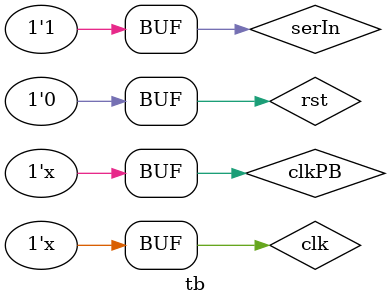
<source format=v>
module tb ();
    reg clk=0;
    reg rst,
        serIn,
        clkPB=0;
    wire P0,
        P1,
        P2,
        P3,
        done,
        serOutValid;
    wire [6:0]SSD_out;
    MSSD mir (
        clk,
        rst,
        serIn,
        clkPB,
        P0,
        P1,
        P2,
        P3,
        done,
        serOutValid,
        SSD_out
    );

    always #100 clk = ~clk;
    always #100 clkPB = ~clkPB;
    always begin
        {rst, serIn} = 2'b11;
        #100 rst = 0;
        #100 serIn = 0;
        #300 serIn = 1;
        #200 serIn = 0;
        #400 serIn = 1;
        #400 serIn = 0;
        #200 serIn = 1;
        #200 serIn = 0;
        #200 serIn = 1;
    end
endmodule
</source>
